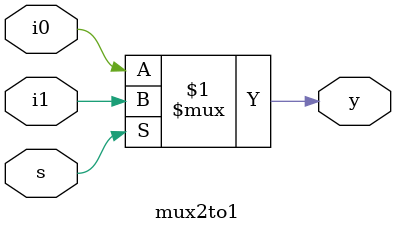
<source format=v>
module mux2to1(
  input i0,i1,s,
  output y
);
  assign y=s?i1:i0;
endmodule

</source>
